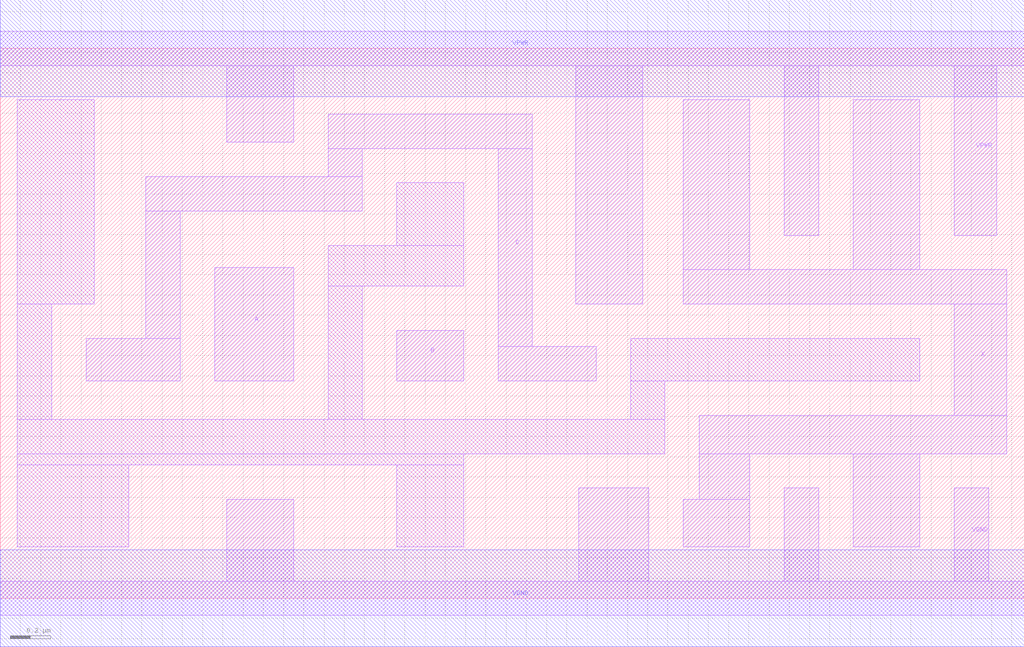
<source format=lef>
# Copyright 2020 The SkyWater PDK Authors
#
# Licensed under the Apache License, Version 2.0 (the "License");
# you may not use this file except in compliance with the License.
# You may obtain a copy of the License at
#
#     https://www.apache.org/licenses/LICENSE-2.0
#
# Unless required by applicable law or agreed to in writing, software
# distributed under the License is distributed on an "AS IS" BASIS,
# WITHOUT WARRANTIES OR CONDITIONS OF ANY KIND, either express or implied.
# See the License for the specific language governing permissions and
# limitations under the License.
#
# SPDX-License-Identifier: Apache-2.0

VERSION 5.5 ;
NAMESCASESENSITIVE ON ;
BUSBITCHARS "[]" ;
DIVIDERCHAR "/" ;
MACRO sky130_fd_sc_hd__maj3_4
  CLASS CORE ;
  SOURCE USER ;
  ORIGIN  0.000000  0.000000 ;
  SIZE  5.060000 BY  2.720000 ;
  SYMMETRY X Y R90 ;
  SITE unithd ;
  PIN A
    ANTENNAGATEAREA  0.495000 ;
    DIRECTION INPUT ;
    USE SIGNAL ;
    PORT
      LAYER li1 ;
        RECT 1.060000 1.075000 1.450000 1.635000 ;
    END
  END A
  PIN B
    ANTENNAGATEAREA  0.495000 ;
    DIRECTION INPUT ;
    USE SIGNAL ;
    PORT
      LAYER li1 ;
        RECT 1.960000 1.075000 2.290000 1.325000 ;
    END
  END B
  PIN C
    ANTENNAGATEAREA  0.495000 ;
    DIRECTION INPUT ;
    USE SIGNAL ;
    PORT
      LAYER li1 ;
        RECT 0.425000 1.075000 0.890000 1.285000 ;
        RECT 0.720000 1.285000 0.890000 1.915000 ;
        RECT 0.720000 1.915000 1.790000 2.085000 ;
        RECT 1.620000 2.085000 1.790000 2.225000 ;
        RECT 1.620000 2.225000 2.630000 2.395000 ;
        RECT 2.460000 1.075000 2.945000 1.245000 ;
        RECT 2.460000 1.245000 2.630000 2.225000 ;
    END
  END C
  PIN X
    ANTENNADIFFAREA  0.891000 ;
    DIRECTION OUTPUT ;
    USE SIGNAL ;
    PORT
      LAYER li1 ;
        RECT 3.375000 0.255000 3.705000 0.490000 ;
        RECT 3.375000 1.455000 4.975000 1.625000 ;
        RECT 3.375000 1.625000 3.705000 2.465000 ;
        RECT 3.455000 0.490000 3.705000 0.715000 ;
        RECT 3.455000 0.715000 4.975000 0.905000 ;
        RECT 4.215000 0.255000 4.545000 0.715000 ;
        RECT 4.215000 1.625000 4.545000 2.465000 ;
        RECT 4.715000 0.905000 4.975000 1.455000 ;
    END
  END X
  PIN VGND
    DIRECTION INOUT ;
    SHAPE ABUTMENT ;
    USE GROUND ;
    PORT
      LAYER li1 ;
        RECT 0.000000 -0.085000 5.060000 0.085000 ;
        RECT 1.120000  0.085000 1.450000 0.490000 ;
        RECT 2.860000  0.085000 3.205000 0.545000 ;
        RECT 3.875000  0.085000 4.045000 0.545000 ;
        RECT 4.715000  0.085000 4.885000 0.545000 ;
    END
    PORT
      LAYER met1 ;
        RECT 0.000000 -0.240000 5.060000 0.240000 ;
    END
  END VGND
  PIN VNB
    DIRECTION INOUT ;
    USE GROUND ;
    PORT
    END
  END VNB
  PIN VPB
    DIRECTION INOUT ;
    USE POWER ;
    PORT
    END
  END VPB
  PIN VPWR
    DIRECTION INOUT ;
    SHAPE ABUTMENT ;
    USE POWER ;
    PORT
      LAYER li1 ;
        RECT 0.000000 2.635000 5.060000 2.805000 ;
        RECT 1.120000 2.255000 1.450000 2.635000 ;
        RECT 2.845000 1.455000 3.175000 2.635000 ;
        RECT 3.875000 1.795000 4.045000 2.635000 ;
        RECT 4.715000 1.795000 4.925000 2.635000 ;
    END
    PORT
      LAYER met1 ;
        RECT 0.000000 2.480000 5.060000 2.960000 ;
    END
  END VPWR
  OBS
    LAYER li1 ;
      RECT 0.085000 0.255000 0.635000 0.660000 ;
      RECT 0.085000 0.660000 2.290000 0.715000 ;
      RECT 0.085000 0.715000 3.285000 0.885000 ;
      RECT 0.085000 0.885000 0.255000 1.455000 ;
      RECT 0.085000 1.455000 0.465000 2.465000 ;
      RECT 1.620000 0.885000 1.790000 1.545000 ;
      RECT 1.620000 1.545000 2.290000 1.745000 ;
      RECT 1.960000 0.255000 2.290000 0.660000 ;
      RECT 1.960000 1.745000 2.290000 2.055000 ;
      RECT 3.115000 0.885000 3.285000 1.075000 ;
      RECT 3.115000 1.075000 4.545000 1.285000 ;
  END
END sky130_fd_sc_hd__maj3_4
END LIBRARY

</source>
